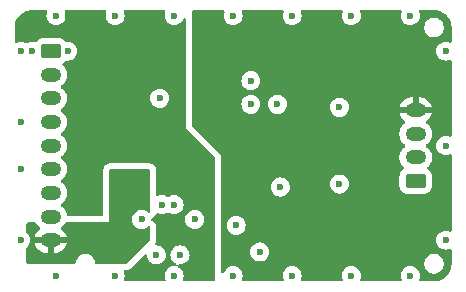
<source format=gbr>
%TF.GenerationSoftware,KiCad,Pcbnew,8.0.1*%
%TF.CreationDate,2024-04-25T00:01:52-04:00*%
%TF.ProjectId,ads1260_board,61647331-3236-4305-9f62-6f6172642e6b,rev?*%
%TF.SameCoordinates,Original*%
%TF.FileFunction,Copper,L3,Inr*%
%TF.FilePolarity,Positive*%
%FSLAX46Y46*%
G04 Gerber Fmt 4.6, Leading zero omitted, Abs format (unit mm)*
G04 Created by KiCad (PCBNEW 8.0.1) date 2024-04-25 00:01:52*
%MOMM*%
%LPD*%
G01*
G04 APERTURE LIST*
G04 Aperture macros list*
%AMRoundRect*
0 Rectangle with rounded corners*
0 $1 Rounding radius*
0 $2 $3 $4 $5 $6 $7 $8 $9 X,Y pos of 4 corners*
0 Add a 4 corners polygon primitive as box body*
4,1,4,$2,$3,$4,$5,$6,$7,$8,$9,$2,$3,0*
0 Add four circle primitives for the rounded corners*
1,1,$1+$1,$2,$3*
1,1,$1+$1,$4,$5*
1,1,$1+$1,$6,$7*
1,1,$1+$1,$8,$9*
0 Add four rect primitives between the rounded corners*
20,1,$1+$1,$2,$3,$4,$5,0*
20,1,$1+$1,$4,$5,$6,$7,0*
20,1,$1+$1,$6,$7,$8,$9,0*
20,1,$1+$1,$8,$9,$2,$3,0*%
G04 Aperture macros list end*
%TA.AperFunction,ComponentPad*%
%ADD10O,1.750000X1.200000*%
%TD*%
%TA.AperFunction,ComponentPad*%
%ADD11RoundRect,0.250000X-0.625000X0.350000X-0.625000X-0.350000X0.625000X-0.350000X0.625000X0.350000X0*%
%TD*%
%TA.AperFunction,ComponentPad*%
%ADD12RoundRect,0.250000X0.625000X-0.350000X0.625000X0.350000X-0.625000X0.350000X-0.625000X-0.350000X0*%
%TD*%
%TA.AperFunction,ViaPad*%
%ADD13C,0.600000*%
%TD*%
G04 APERTURE END LIST*
D10*
%TO.N,VBUS*%
%TO.C,J3*%
X113550000Y-90000000D03*
%TO.N,+3V3*%
X113550000Y-88000000D03*
%TO.N,Net-(J3-Pin_7)*%
X113550000Y-86000000D03*
%TO.N,Net-(J3-Pin_6)*%
X113550000Y-84000000D03*
%TO.N,Net-(J3-Pin_5)*%
X113550000Y-82000000D03*
%TO.N,Net-(J3-Pin_4)*%
X113550000Y-80000000D03*
%TO.N,Net-(J3-Pin_3)*%
X113550000Y-78000000D03*
%TO.N,Net-(J3-Pin_2)*%
X113550000Y-76000000D03*
D11*
%TO.N,GND*%
X113550000Y-74000000D03*
%TD*%
D12*
%TO.N,GND*%
%TO.C,J1*%
X144450000Y-85000000D03*
D10*
%TO.N,/SIG+*%
X144450000Y-83000000D03*
%TO.N,/SIG-*%
X144450000Y-81000000D03*
%TO.N,+5V*%
X144450000Y-79000000D03*
%TD*%
D13*
%TO.N,GND*%
X112000000Y-74000000D03*
X115000000Y-74000000D03*
X130500000Y-78500000D03*
X147000000Y-74000000D03*
X147000000Y-82000000D03*
X147000000Y-90000000D03*
X111000000Y-74000000D03*
X111000000Y-80000000D03*
X111000000Y-84000000D03*
X111000000Y-90000000D03*
X129000000Y-71000000D03*
X139000000Y-71000000D03*
X119000000Y-71000000D03*
X114000000Y-71000000D03*
X124000000Y-71000000D03*
X144000000Y-71000000D03*
X134000000Y-71000000D03*
X114000000Y-93000000D03*
X119000000Y-93000000D03*
X124000000Y-93000000D03*
X129000000Y-93000000D03*
X134000000Y-93000000D03*
X139000000Y-93000000D03*
X144000000Y-93000000D03*
%TO.N,+5V*%
X130250000Y-88250000D03*
%TO.N,GND*%
X122778224Y-77987134D03*
%TO.N,+5V5*%
X122750000Y-76500000D03*
X126250000Y-90500000D03*
%TO.N,+5V*%
X130250000Y-82500000D03*
%TO.N,GND*%
X124000000Y-87000000D03*
%TO.N,+5V5*%
X125750000Y-84750000D03*
%TO.N,VBUS*%
X121250000Y-84750000D03*
%TO.N,GND*%
X122500000Y-91250000D03*
X124500000Y-91250000D03*
X123000000Y-87000000D03*
%TO.N,+5V5*%
X126750000Y-85750000D03*
%TO.N,GND*%
X131250000Y-91000000D03*
X132750000Y-78500000D03*
%TO.N,+5V*%
X133000000Y-82000000D03*
%TO.N,GND*%
X138000000Y-85250000D03*
X138000000Y-78750000D03*
X133000000Y-85500000D03*
X129250000Y-88750000D03*
%TO.N,VBUS*%
X120250000Y-85750000D03*
%TO.N,GND*%
X121250000Y-88250000D03*
X125750000Y-88250000D03*
%TO.N,+5V*%
X126250000Y-77500000D03*
X126250000Y-75500000D03*
%TO.N,GND*%
X130500000Y-76500000D03*
%TD*%
%TA.AperFunction,Conductor*%
%TO.N,+5V5*%
G36*
X113218967Y-70520185D02*
G01*
X113264722Y-70572989D01*
X113274666Y-70642147D01*
X113268970Y-70665454D01*
X113214632Y-70820742D01*
X113214630Y-70820750D01*
X113194435Y-70999996D01*
X113194435Y-71000003D01*
X113214630Y-71179249D01*
X113214631Y-71179254D01*
X113274211Y-71349523D01*
X113296748Y-71385390D01*
X113370184Y-71502262D01*
X113497738Y-71629816D01*
X113650478Y-71725789D01*
X113799491Y-71777931D01*
X113820745Y-71785368D01*
X113820750Y-71785369D01*
X113999996Y-71805565D01*
X114000000Y-71805565D01*
X114000004Y-71805565D01*
X114179249Y-71785369D01*
X114179252Y-71785368D01*
X114179255Y-71785368D01*
X114349522Y-71725789D01*
X114502262Y-71629816D01*
X114629816Y-71502262D01*
X114725789Y-71349522D01*
X114785368Y-71179255D01*
X114786162Y-71172207D01*
X114805565Y-71000003D01*
X114805565Y-70999996D01*
X114785369Y-70820750D01*
X114785367Y-70820742D01*
X114731030Y-70665454D01*
X114727469Y-70595676D01*
X114762198Y-70535048D01*
X114824191Y-70502821D01*
X114848072Y-70500500D01*
X118151928Y-70500500D01*
X118218967Y-70520185D01*
X118264722Y-70572989D01*
X118274666Y-70642147D01*
X118268970Y-70665454D01*
X118214632Y-70820742D01*
X118214630Y-70820750D01*
X118194435Y-70999996D01*
X118194435Y-71000003D01*
X118214630Y-71179249D01*
X118214631Y-71179254D01*
X118274211Y-71349523D01*
X118296748Y-71385390D01*
X118370184Y-71502262D01*
X118497738Y-71629816D01*
X118650478Y-71725789D01*
X118799491Y-71777931D01*
X118820745Y-71785368D01*
X118820750Y-71785369D01*
X118999996Y-71805565D01*
X119000000Y-71805565D01*
X119000004Y-71805565D01*
X119179249Y-71785369D01*
X119179252Y-71785368D01*
X119179255Y-71785368D01*
X119349522Y-71725789D01*
X119502262Y-71629816D01*
X119629816Y-71502262D01*
X119725789Y-71349522D01*
X119785368Y-71179255D01*
X119786162Y-71172207D01*
X119805565Y-71000003D01*
X119805565Y-70999996D01*
X119785369Y-70820750D01*
X119785367Y-70820742D01*
X119731030Y-70665454D01*
X119727469Y-70595676D01*
X119762198Y-70535048D01*
X119824191Y-70502821D01*
X119848072Y-70500500D01*
X123151928Y-70500500D01*
X123218967Y-70520185D01*
X123264722Y-70572989D01*
X123274666Y-70642147D01*
X123268970Y-70665454D01*
X123214632Y-70820742D01*
X123214630Y-70820750D01*
X123194435Y-70999996D01*
X123194435Y-71000003D01*
X123214630Y-71179249D01*
X123214631Y-71179254D01*
X123274211Y-71349523D01*
X123296748Y-71385390D01*
X123370184Y-71502262D01*
X123497738Y-71629816D01*
X123650478Y-71725789D01*
X123799491Y-71777931D01*
X123820745Y-71785368D01*
X123820750Y-71785369D01*
X123999996Y-71805565D01*
X124000000Y-71805565D01*
X124000004Y-71805565D01*
X124179249Y-71785369D01*
X124179252Y-71785368D01*
X124179255Y-71785368D01*
X124349522Y-71725789D01*
X124502262Y-71629816D01*
X124629816Y-71502262D01*
X124725789Y-71349522D01*
X124758958Y-71254731D01*
X124799680Y-71197954D01*
X124864633Y-71172207D01*
X124933194Y-71185663D01*
X124983597Y-71234050D01*
X125000000Y-71295685D01*
X125000000Y-80500000D01*
X127463681Y-82963681D01*
X127497166Y-83025004D01*
X127500000Y-83051362D01*
X127500000Y-93375500D01*
X127480315Y-93442539D01*
X127427511Y-93488294D01*
X127376000Y-93499500D01*
X124848072Y-93499500D01*
X124781033Y-93479815D01*
X124735278Y-93427011D01*
X124725334Y-93357853D01*
X124731030Y-93334546D01*
X124785367Y-93179257D01*
X124785368Y-93179255D01*
X124785369Y-93179249D01*
X124805565Y-93000003D01*
X124805565Y-92999996D01*
X124785369Y-92820750D01*
X124785368Y-92820745D01*
X124725788Y-92650476D01*
X124647062Y-92525185D01*
X124629816Y-92497738D01*
X124502262Y-92370184D01*
X124424182Y-92321123D01*
X124352647Y-92276174D01*
X124306356Y-92223839D01*
X124295708Y-92154785D01*
X124324083Y-92090937D01*
X124382473Y-92052565D01*
X124432503Y-92047960D01*
X124499997Y-92055565D01*
X124500000Y-92055565D01*
X124500004Y-92055565D01*
X124679249Y-92035369D01*
X124679252Y-92035368D01*
X124679255Y-92035368D01*
X124849522Y-91975789D01*
X125002262Y-91879816D01*
X125129816Y-91752262D01*
X125225789Y-91599522D01*
X125285368Y-91429255D01*
X125305565Y-91250000D01*
X125302834Y-91225765D01*
X125285369Y-91070750D01*
X125285368Y-91070745D01*
X125247424Y-90962308D01*
X125225789Y-90900478D01*
X125192859Y-90848071D01*
X125174972Y-90819603D01*
X125129816Y-90747738D01*
X125002262Y-90620184D01*
X124849523Y-90524211D01*
X124679254Y-90464631D01*
X124679249Y-90464630D01*
X124500004Y-90444435D01*
X124499996Y-90444435D01*
X124320750Y-90464630D01*
X124320745Y-90464631D01*
X124150476Y-90524211D01*
X123997737Y-90620184D01*
X123870184Y-90747737D01*
X123774211Y-90900476D01*
X123714631Y-91070745D01*
X123714630Y-91070750D01*
X123694435Y-91249996D01*
X123694435Y-91250003D01*
X123714630Y-91429249D01*
X123714631Y-91429254D01*
X123774211Y-91599523D01*
X123870184Y-91752262D01*
X123997738Y-91879816D01*
X124084143Y-91934108D01*
X124147352Y-91973825D01*
X124193643Y-92026160D01*
X124204291Y-92095214D01*
X124175916Y-92159062D01*
X124117526Y-92197434D01*
X124067497Y-92202039D01*
X124000004Y-92194435D01*
X123999996Y-92194435D01*
X123820750Y-92214630D01*
X123820745Y-92214631D01*
X123650476Y-92274211D01*
X123497737Y-92370184D01*
X123370184Y-92497737D01*
X123274211Y-92650476D01*
X123214631Y-92820745D01*
X123214630Y-92820750D01*
X123194435Y-92999996D01*
X123194435Y-93000003D01*
X123214630Y-93179249D01*
X123214632Y-93179257D01*
X123268970Y-93334546D01*
X123272531Y-93404324D01*
X123237802Y-93464952D01*
X123175809Y-93497179D01*
X123151928Y-93499500D01*
X119848072Y-93499500D01*
X119781033Y-93479815D01*
X119735278Y-93427011D01*
X119725334Y-93357853D01*
X119731030Y-93334546D01*
X119785367Y-93179257D01*
X119785368Y-93179255D01*
X119785369Y-93179249D01*
X119805565Y-93000003D01*
X119805565Y-92999996D01*
X119785369Y-92820750D01*
X119785366Y-92820737D01*
X119732780Y-92670455D01*
X119729218Y-92600676D01*
X119763946Y-92540049D01*
X119825940Y-92507821D01*
X119849821Y-92505500D01*
X119948640Y-92505500D01*
X119958786Y-92504955D01*
X120002678Y-92502603D01*
X120002686Y-92502602D01*
X120002688Y-92502602D01*
X120002689Y-92502602D01*
X120009682Y-92501849D01*
X120029036Y-92499769D01*
X120029046Y-92499767D01*
X120029049Y-92499767D01*
X120041576Y-92497737D01*
X120082448Y-92491114D01*
X120217257Y-92440832D01*
X120278580Y-92407347D01*
X120393761Y-92321123D01*
X121489119Y-91225763D01*
X121550440Y-91192280D01*
X121620131Y-91197264D01*
X121676065Y-91239135D01*
X121700018Y-91299562D01*
X121714630Y-91429250D01*
X121714631Y-91429254D01*
X121774211Y-91599523D01*
X121870184Y-91752262D01*
X121997738Y-91879816D01*
X122150478Y-91975789D01*
X122232295Y-92004418D01*
X122320745Y-92035368D01*
X122320750Y-92035369D01*
X122499996Y-92055565D01*
X122500000Y-92055565D01*
X122500004Y-92055565D01*
X122679249Y-92035369D01*
X122679252Y-92035368D01*
X122679255Y-92035368D01*
X122849522Y-91975789D01*
X123002262Y-91879816D01*
X123129816Y-91752262D01*
X123225789Y-91599522D01*
X123285368Y-91429255D01*
X123305565Y-91250000D01*
X123302834Y-91225765D01*
X123285369Y-91070750D01*
X123285368Y-91070745D01*
X123247424Y-90962308D01*
X123225789Y-90900478D01*
X123192859Y-90848071D01*
X123174972Y-90819603D01*
X123129816Y-90747738D01*
X123002262Y-90620184D01*
X122849523Y-90524211D01*
X122679254Y-90464631D01*
X122679250Y-90464630D01*
X122512628Y-90445857D01*
X122448214Y-90418790D01*
X122408659Y-90361196D01*
X122406522Y-90291359D01*
X122413714Y-90271134D01*
X122465338Y-90158097D01*
X122485023Y-90091058D01*
X122485024Y-90091054D01*
X122505500Y-89948638D01*
X122505500Y-88931440D01*
X122505178Y-88913394D01*
X122504862Y-88904548D01*
X122503896Y-88886531D01*
X122473312Y-88745939D01*
X122448895Y-88680475D01*
X122379944Y-88554200D01*
X122278207Y-88452460D01*
X122222274Y-88410588D01*
X122222268Y-88410583D01*
X122222262Y-88410580D01*
X122132404Y-88361515D01*
X122082999Y-88312110D01*
X122069487Y-88250003D01*
X124944435Y-88250003D01*
X124964630Y-88429249D01*
X124964631Y-88429254D01*
X125024211Y-88599523D01*
X125039592Y-88624001D01*
X125120184Y-88752262D01*
X125247738Y-88879816D01*
X125400478Y-88975789D01*
X125570745Y-89035368D01*
X125570750Y-89035369D01*
X125749996Y-89055565D01*
X125750000Y-89055565D01*
X125750004Y-89055565D01*
X125929249Y-89035369D01*
X125929252Y-89035368D01*
X125929255Y-89035368D01*
X126099522Y-88975789D01*
X126252262Y-88879816D01*
X126379816Y-88752262D01*
X126475789Y-88599522D01*
X126535368Y-88429255D01*
X126537027Y-88414534D01*
X126555565Y-88250003D01*
X126555565Y-88249996D01*
X126535369Y-88070750D01*
X126535368Y-88070745D01*
X126508689Y-87994500D01*
X126475789Y-87900478D01*
X126379816Y-87747738D01*
X126252262Y-87620184D01*
X126099523Y-87524211D01*
X125929254Y-87464631D01*
X125929249Y-87464630D01*
X125750004Y-87444435D01*
X125749996Y-87444435D01*
X125570750Y-87464630D01*
X125570745Y-87464631D01*
X125400476Y-87524211D01*
X125247737Y-87620184D01*
X125120184Y-87747737D01*
X125024211Y-87900476D01*
X124964631Y-88070745D01*
X124964630Y-88070750D01*
X124944435Y-88249996D01*
X124944435Y-88250003D01*
X122069487Y-88250003D01*
X122068146Y-88243837D01*
X122092562Y-88178373D01*
X122130974Y-88147417D01*
X122130043Y-88145968D01*
X122156179Y-88129171D01*
X122258543Y-88063385D01*
X122311347Y-88017630D01*
X122405567Y-87908896D01*
X122465338Y-87778019D01*
X122465337Y-87778019D01*
X122466315Y-87775880D01*
X122512070Y-87723076D01*
X122579110Y-87703392D01*
X122645082Y-87722399D01*
X122650475Y-87725788D01*
X122820745Y-87785368D01*
X122820750Y-87785369D01*
X122999996Y-87805565D01*
X123000000Y-87805565D01*
X123000004Y-87805565D01*
X123179249Y-87785369D01*
X123179252Y-87785368D01*
X123179255Y-87785368D01*
X123349522Y-87725789D01*
X123354918Y-87722399D01*
X123434027Y-87672691D01*
X123501264Y-87653690D01*
X123565973Y-87672691D01*
X123650475Y-87725788D01*
X123820745Y-87785368D01*
X123820750Y-87785369D01*
X123999996Y-87805565D01*
X124000000Y-87805565D01*
X124000004Y-87805565D01*
X124179249Y-87785369D01*
X124179252Y-87785368D01*
X124179255Y-87785368D01*
X124349522Y-87725789D01*
X124502262Y-87629816D01*
X124629816Y-87502262D01*
X124725789Y-87349522D01*
X124785368Y-87179255D01*
X124785369Y-87179249D01*
X124805565Y-87000003D01*
X124805565Y-86999996D01*
X124785369Y-86820750D01*
X124785368Y-86820745D01*
X124725789Y-86650478D01*
X124629816Y-86497738D01*
X124502262Y-86370184D01*
X124434027Y-86327309D01*
X124349523Y-86274211D01*
X124179254Y-86214631D01*
X124179249Y-86214630D01*
X124000004Y-86194435D01*
X123999996Y-86194435D01*
X123820750Y-86214630D01*
X123820737Y-86214633D01*
X123650479Y-86274209D01*
X123565971Y-86327309D01*
X123498734Y-86346309D01*
X123434029Y-86327309D01*
X123349520Y-86274209D01*
X123179262Y-86214633D01*
X123179249Y-86214630D01*
X123000004Y-86194435D01*
X122999996Y-86194435D01*
X122820750Y-86214630D01*
X122820737Y-86214633D01*
X122670455Y-86267220D01*
X122600676Y-86270782D01*
X122540049Y-86236054D01*
X122507821Y-86174060D01*
X122505500Y-86150179D01*
X122505500Y-84124010D01*
X122505500Y-84124000D01*
X122493947Y-84016544D01*
X122482741Y-83965033D01*
X122482637Y-83964722D01*
X122448616Y-83862502D01*
X122448613Y-83862496D01*
X122370828Y-83741462D01*
X122370825Y-83741457D01*
X122370820Y-83741451D01*
X122325076Y-83688659D01*
X122325072Y-83688656D01*
X122325070Y-83688653D01*
X122216336Y-83594433D01*
X122216333Y-83594431D01*
X122216331Y-83594430D01*
X122085465Y-83534664D01*
X122085460Y-83534662D01*
X122085459Y-83534662D01*
X122018420Y-83514977D01*
X122018422Y-83514977D01*
X122018417Y-83514976D01*
X121956347Y-83506052D01*
X121876000Y-83494500D01*
X118624000Y-83494500D01*
X118623991Y-83494500D01*
X118623990Y-83494501D01*
X118516549Y-83506052D01*
X118516537Y-83506054D01*
X118465027Y-83517260D01*
X118362502Y-83551383D01*
X118362496Y-83551386D01*
X118241462Y-83629171D01*
X118241451Y-83629179D01*
X118188659Y-83674923D01*
X118094433Y-83783664D01*
X118094430Y-83783668D01*
X118034664Y-83914534D01*
X118014976Y-83981582D01*
X118009949Y-84016549D01*
X117994502Y-84123990D01*
X117994500Y-84124001D01*
X117994500Y-87870500D01*
X117974815Y-87937539D01*
X117922011Y-87983294D01*
X117870500Y-87994500D01*
X115044252Y-87994500D01*
X114977213Y-87974815D01*
X114931458Y-87922011D01*
X114921779Y-87889897D01*
X114898403Y-87742303D01*
X114898402Y-87742302D01*
X114898402Y-87742299D01*
X114844873Y-87577555D01*
X114766232Y-87423212D01*
X114664414Y-87283072D01*
X114541928Y-87160586D01*
X114458975Y-87100317D01*
X114416311Y-87044988D01*
X114410332Y-86975374D01*
X114442938Y-86913579D01*
X114458976Y-86899682D01*
X114541928Y-86839414D01*
X114664414Y-86716928D01*
X114766232Y-86576788D01*
X114844873Y-86422445D01*
X114898402Y-86257701D01*
X114925500Y-86086611D01*
X114925500Y-85913389D01*
X114898402Y-85742299D01*
X114844873Y-85577555D01*
X114766232Y-85423212D01*
X114664414Y-85283072D01*
X114541928Y-85160586D01*
X114458975Y-85100317D01*
X114416311Y-85044988D01*
X114410332Y-84975374D01*
X114442938Y-84913579D01*
X114458976Y-84899682D01*
X114541928Y-84839414D01*
X114664414Y-84716928D01*
X114766232Y-84576788D01*
X114844873Y-84422445D01*
X114898402Y-84257701D01*
X114925500Y-84086611D01*
X114925500Y-83913389D01*
X114898402Y-83742299D01*
X114844873Y-83577555D01*
X114766232Y-83423212D01*
X114664414Y-83283072D01*
X114541928Y-83160586D01*
X114458975Y-83100317D01*
X114416311Y-83044988D01*
X114410332Y-82975374D01*
X114442938Y-82913579D01*
X114458976Y-82899682D01*
X114541928Y-82839414D01*
X114664414Y-82716928D01*
X114766232Y-82576788D01*
X114844873Y-82422445D01*
X114898402Y-82257701D01*
X114925500Y-82086611D01*
X114925500Y-81913389D01*
X114898402Y-81742299D01*
X114844873Y-81577555D01*
X114766232Y-81423212D01*
X114664414Y-81283072D01*
X114541928Y-81160586D01*
X114458975Y-81100317D01*
X114416311Y-81044988D01*
X114410332Y-80975374D01*
X114442938Y-80913579D01*
X114458976Y-80899682D01*
X114541928Y-80839414D01*
X114664414Y-80716928D01*
X114766232Y-80576788D01*
X114844873Y-80422445D01*
X114898402Y-80257701D01*
X114925500Y-80086611D01*
X114925500Y-79913389D01*
X114898402Y-79742299D01*
X114844873Y-79577555D01*
X114766232Y-79423212D01*
X114664414Y-79283072D01*
X114541928Y-79160586D01*
X114458975Y-79100317D01*
X114416311Y-79044988D01*
X114410332Y-78975374D01*
X114442938Y-78913579D01*
X114458976Y-78899682D01*
X114541928Y-78839414D01*
X114664414Y-78716928D01*
X114766232Y-78576788D01*
X114844873Y-78422445D01*
X114898402Y-78257701D01*
X114925500Y-78086611D01*
X114925500Y-77987137D01*
X121972659Y-77987137D01*
X121992854Y-78166383D01*
X121992855Y-78166388D01*
X122052435Y-78336657D01*
X122106340Y-78422445D01*
X122148408Y-78489396D01*
X122275962Y-78616950D01*
X122428702Y-78712923D01*
X122598969Y-78772502D01*
X122598974Y-78772503D01*
X122778220Y-78792699D01*
X122778224Y-78792699D01*
X122778228Y-78792699D01*
X122957473Y-78772503D01*
X122957476Y-78772502D01*
X122957479Y-78772502D01*
X123127746Y-78712923D01*
X123280486Y-78616950D01*
X123408040Y-78489396D01*
X123504013Y-78336656D01*
X123563592Y-78166389D01*
X123572581Y-78086610D01*
X123583789Y-77987137D01*
X123583789Y-77987130D01*
X123563593Y-77807884D01*
X123563592Y-77807879D01*
X123504013Y-77637612D01*
X123408040Y-77484872D01*
X123280486Y-77357318D01*
X123127747Y-77261345D01*
X122957478Y-77201765D01*
X122957473Y-77201764D01*
X122778228Y-77181569D01*
X122778220Y-77181569D01*
X122598974Y-77201764D01*
X122598969Y-77201765D01*
X122428700Y-77261345D01*
X122275961Y-77357318D01*
X122148408Y-77484871D01*
X122052435Y-77637610D01*
X121992855Y-77807879D01*
X121992854Y-77807884D01*
X121972659Y-77987130D01*
X121972659Y-77987137D01*
X114925500Y-77987137D01*
X114925500Y-77913389D01*
X114898402Y-77742299D01*
X114844873Y-77577555D01*
X114766232Y-77423212D01*
X114664414Y-77283072D01*
X114541928Y-77160586D01*
X114458975Y-77100317D01*
X114416311Y-77044988D01*
X114410332Y-76975374D01*
X114442938Y-76913579D01*
X114458976Y-76899682D01*
X114541928Y-76839414D01*
X114664414Y-76716928D01*
X114766232Y-76576788D01*
X114844873Y-76422445D01*
X114898402Y-76257701D01*
X114925500Y-76086611D01*
X114925500Y-75913389D01*
X114898402Y-75742299D01*
X114844873Y-75577555D01*
X114766232Y-75423212D01*
X114664414Y-75283072D01*
X114556872Y-75175530D01*
X114523387Y-75114207D01*
X114528371Y-75044515D01*
X114570243Y-74988582D01*
X114579457Y-74982310D01*
X114643656Y-74942712D01*
X114760777Y-74825590D01*
X114822096Y-74792108D01*
X114862336Y-74790054D01*
X114955684Y-74800571D01*
X114999998Y-74805565D01*
X115000000Y-74805565D01*
X115000004Y-74805565D01*
X115179249Y-74785369D01*
X115179252Y-74785368D01*
X115179255Y-74785368D01*
X115349522Y-74725789D01*
X115502262Y-74629816D01*
X115629816Y-74502262D01*
X115725789Y-74349522D01*
X115785368Y-74179255D01*
X115805565Y-74000000D01*
X115785368Y-73820745D01*
X115725789Y-73650478D01*
X115629816Y-73497738D01*
X115502262Y-73370184D01*
X115434027Y-73327309D01*
X115349523Y-73274211D01*
X115179254Y-73214631D01*
X115179249Y-73214630D01*
X115000004Y-73194435D01*
X114999996Y-73194435D01*
X114862338Y-73209945D01*
X114793516Y-73197890D01*
X114760774Y-73174406D01*
X114643657Y-73057289D01*
X114643656Y-73057288D01*
X114494334Y-72965186D01*
X114327797Y-72910001D01*
X114327795Y-72910000D01*
X114225010Y-72899500D01*
X112874998Y-72899500D01*
X112874981Y-72899501D01*
X112772203Y-72910000D01*
X112772200Y-72910001D01*
X112605668Y-72965185D01*
X112605663Y-72965187D01*
X112456345Y-73057287D01*
X112327181Y-73186451D01*
X112325975Y-73185245D01*
X112276276Y-73220426D01*
X112206476Y-73223554D01*
X112195097Y-73220175D01*
X112179251Y-73214630D01*
X112000004Y-73194435D01*
X111999996Y-73194435D01*
X111820750Y-73214630D01*
X111820737Y-73214633D01*
X111650479Y-73274209D01*
X111565971Y-73327309D01*
X111498734Y-73346309D01*
X111434029Y-73327309D01*
X111349520Y-73274209D01*
X111179262Y-73214633D01*
X111179249Y-73214630D01*
X111000004Y-73194435D01*
X110999996Y-73194435D01*
X110820750Y-73214630D01*
X110820742Y-73214632D01*
X110665454Y-73268970D01*
X110595676Y-73272531D01*
X110535048Y-73237802D01*
X110502821Y-73175809D01*
X110500500Y-73151928D01*
X110500500Y-72004427D01*
X110500816Y-71995581D01*
X110511318Y-71848748D01*
X110515130Y-71795436D01*
X110517646Y-71777938D01*
X110559356Y-71586199D01*
X110564333Y-71569248D01*
X110632911Y-71385385D01*
X110640259Y-71369298D01*
X110651058Y-71349521D01*
X110734291Y-71197089D01*
X110743845Y-71182221D01*
X110861448Y-71025123D01*
X110873020Y-71011769D01*
X111011769Y-70873020D01*
X111025123Y-70861448D01*
X111182221Y-70743845D01*
X111197089Y-70734291D01*
X111369298Y-70640258D01*
X111385385Y-70632911D01*
X111569248Y-70564333D01*
X111586199Y-70559356D01*
X111777938Y-70517646D01*
X111795436Y-70515130D01*
X111995582Y-70500816D01*
X112004428Y-70500500D01*
X112065892Y-70500500D01*
X113151928Y-70500500D01*
X113218967Y-70520185D01*
G37*
%TD.AperFunction*%
%TD*%
%TA.AperFunction,Conductor*%
%TO.N,VBUS*%
G36*
X121943039Y-84019685D02*
G01*
X121988794Y-84072489D01*
X122000000Y-84124000D01*
X122000000Y-87568560D01*
X121980315Y-87635599D01*
X121927511Y-87681354D01*
X121858353Y-87691298D01*
X121794797Y-87662273D01*
X121788319Y-87656241D01*
X121752262Y-87620184D01*
X121599523Y-87524211D01*
X121429254Y-87464631D01*
X121429249Y-87464630D01*
X121250004Y-87444435D01*
X121249996Y-87444435D01*
X121070750Y-87464630D01*
X121070745Y-87464631D01*
X120900476Y-87524211D01*
X120747737Y-87620184D01*
X120620184Y-87747737D01*
X120524211Y-87900476D01*
X120464631Y-88070745D01*
X120464630Y-88070750D01*
X120444435Y-88249996D01*
X120444435Y-88250003D01*
X120464630Y-88429249D01*
X120464631Y-88429254D01*
X120524211Y-88599523D01*
X120597982Y-88716928D01*
X120620184Y-88752262D01*
X120747738Y-88879816D01*
X120900478Y-88975789D01*
X121026463Y-89019873D01*
X121070745Y-89035368D01*
X121070750Y-89035369D01*
X121249996Y-89055565D01*
X121250000Y-89055565D01*
X121250004Y-89055565D01*
X121429249Y-89035369D01*
X121429252Y-89035368D01*
X121429255Y-89035368D01*
X121599522Y-88975789D01*
X121752262Y-88879816D01*
X121788319Y-88843759D01*
X121849642Y-88810274D01*
X121919334Y-88815258D01*
X121975267Y-88857130D01*
X121999684Y-88922594D01*
X122000000Y-88931440D01*
X122000000Y-89948638D01*
X121980315Y-90015677D01*
X121963681Y-90036319D01*
X120036319Y-91963681D01*
X119974996Y-91997166D01*
X119948638Y-92000000D01*
X117444456Y-92000000D01*
X117377417Y-91980315D01*
X117331662Y-91927511D01*
X117322839Y-91900191D01*
X117294740Y-91758926D01*
X117294737Y-91758917D01*
X117291980Y-91752262D01*
X117232435Y-91608505D01*
X117141984Y-91473137D01*
X117141981Y-91473133D01*
X117026866Y-91358018D01*
X117026862Y-91358015D01*
X116891492Y-91267563D01*
X116891490Y-91267562D01*
X116741082Y-91205262D01*
X116741073Y-91205259D01*
X116581406Y-91173500D01*
X116581403Y-91173500D01*
X116418597Y-91173500D01*
X116418594Y-91173500D01*
X116258926Y-91205259D01*
X116258917Y-91205262D01*
X116108509Y-91267562D01*
X116108507Y-91267563D01*
X115973137Y-91358015D01*
X115973133Y-91358018D01*
X115858018Y-91473133D01*
X115858015Y-91473137D01*
X115767563Y-91608507D01*
X115767562Y-91608509D01*
X115705262Y-91758917D01*
X115705259Y-91758926D01*
X115677161Y-91900191D01*
X115644776Y-91962102D01*
X115584061Y-91996676D01*
X115555544Y-92000000D01*
X111624000Y-92000000D01*
X111556961Y-91980315D01*
X111511206Y-91927511D01*
X111500000Y-91876000D01*
X111500000Y-90683440D01*
X111519685Y-90616401D01*
X111536319Y-90595759D01*
X111555554Y-90576524D01*
X111629816Y-90502262D01*
X111725789Y-90349522D01*
X111785368Y-90179255D01*
X111785369Y-90179249D01*
X111805565Y-90000003D01*
X111805565Y-89999996D01*
X111785369Y-89820750D01*
X111785368Y-89820745D01*
X111725788Y-89650476D01*
X111629815Y-89497737D01*
X111536319Y-89404241D01*
X111502834Y-89342918D01*
X111500000Y-89316560D01*
X111500000Y-88624000D01*
X111519685Y-88556961D01*
X111572489Y-88511206D01*
X111624000Y-88500000D01*
X112218656Y-88500000D01*
X112285695Y-88519685D01*
X112329142Y-88567708D01*
X112333766Y-88576785D01*
X112333770Y-88576792D01*
X112376100Y-88635053D01*
X112435586Y-88716928D01*
X112558072Y-88839414D01*
X112641449Y-88899991D01*
X112684114Y-88955322D01*
X112690093Y-89024935D01*
X112657487Y-89086730D01*
X112641448Y-89100627D01*
X112558404Y-89160961D01*
X112558399Y-89160965D01*
X112435967Y-89283397D01*
X112334195Y-89423475D01*
X112255591Y-89577744D01*
X112202085Y-89742415D01*
X112200884Y-89749999D01*
X112200885Y-89750000D01*
X113269670Y-89750000D01*
X113249925Y-89769745D01*
X113200556Y-89855255D01*
X113175000Y-89950630D01*
X113175000Y-90049370D01*
X113200556Y-90144745D01*
X113249925Y-90230255D01*
X113269670Y-90250000D01*
X112200885Y-90250000D01*
X112202085Y-90257584D01*
X112255591Y-90422255D01*
X112334195Y-90576524D01*
X112435967Y-90716602D01*
X112558397Y-90839032D01*
X112698475Y-90940804D01*
X112852742Y-91019408D01*
X113017415Y-91072914D01*
X113188429Y-91100000D01*
X113300000Y-91100000D01*
X113300000Y-90280330D01*
X113319745Y-90300075D01*
X113405255Y-90349444D01*
X113500630Y-90375000D01*
X113599370Y-90375000D01*
X113694745Y-90349444D01*
X113780255Y-90300075D01*
X113800000Y-90280330D01*
X113800000Y-91100000D01*
X113911571Y-91100000D01*
X114082584Y-91072914D01*
X114247257Y-91019408D01*
X114401524Y-90940804D01*
X114541602Y-90839032D01*
X114664032Y-90716602D01*
X114765804Y-90576524D01*
X114844408Y-90422255D01*
X114897914Y-90257584D01*
X114899115Y-90250000D01*
X113830330Y-90250000D01*
X113850075Y-90230255D01*
X113899444Y-90144745D01*
X113925000Y-90049370D01*
X113925000Y-89950630D01*
X113899444Y-89855255D01*
X113850075Y-89769745D01*
X113830330Y-89750000D01*
X114899115Y-89750000D01*
X114899115Y-89749999D01*
X114897914Y-89742415D01*
X114844408Y-89577744D01*
X114765804Y-89423475D01*
X114664032Y-89283397D01*
X114541602Y-89160967D01*
X114458551Y-89100628D01*
X114415885Y-89045298D01*
X114409906Y-88975685D01*
X114442511Y-88913889D01*
X114458551Y-88899991D01*
X114541928Y-88839414D01*
X114664414Y-88716928D01*
X114766232Y-88576788D01*
X114770858Y-88567706D01*
X114818831Y-88516911D01*
X114881344Y-88500000D01*
X118500000Y-88500000D01*
X118500000Y-84124000D01*
X118519685Y-84056961D01*
X118572489Y-84011206D01*
X118624000Y-84000000D01*
X121876000Y-84000000D01*
X121943039Y-84019685D01*
G37*
%TD.AperFunction*%
%TD*%
%TA.AperFunction,Conductor*%
%TO.N,+5V*%
G36*
X128218967Y-70520185D02*
G01*
X128264722Y-70572989D01*
X128274666Y-70642147D01*
X128268970Y-70665454D01*
X128214632Y-70820742D01*
X128214630Y-70820750D01*
X128194435Y-70999996D01*
X128194435Y-71000003D01*
X128214630Y-71179249D01*
X128214631Y-71179254D01*
X128274211Y-71349523D01*
X128355409Y-71478748D01*
X128370184Y-71502262D01*
X128497738Y-71629816D01*
X128588080Y-71686582D01*
X128646820Y-71723491D01*
X128650478Y-71725789D01*
X128799491Y-71777931D01*
X128820745Y-71785368D01*
X128820750Y-71785369D01*
X128999996Y-71805565D01*
X129000000Y-71805565D01*
X129000004Y-71805565D01*
X129179249Y-71785369D01*
X129179252Y-71785368D01*
X129179255Y-71785368D01*
X129349522Y-71725789D01*
X129502262Y-71629816D01*
X129629816Y-71502262D01*
X129725789Y-71349522D01*
X129785368Y-71179255D01*
X129785807Y-71175362D01*
X129805565Y-71000003D01*
X129805565Y-70999996D01*
X129785369Y-70820750D01*
X129785367Y-70820742D01*
X129731030Y-70665454D01*
X129727469Y-70595676D01*
X129762198Y-70535048D01*
X129824191Y-70502821D01*
X129848072Y-70500500D01*
X133151928Y-70500500D01*
X133218967Y-70520185D01*
X133264722Y-70572989D01*
X133274666Y-70642147D01*
X133268970Y-70665454D01*
X133214632Y-70820742D01*
X133214630Y-70820750D01*
X133194435Y-70999996D01*
X133194435Y-71000003D01*
X133214630Y-71179249D01*
X133214631Y-71179254D01*
X133274211Y-71349523D01*
X133355409Y-71478748D01*
X133370184Y-71502262D01*
X133497738Y-71629816D01*
X133588080Y-71686582D01*
X133646820Y-71723491D01*
X133650478Y-71725789D01*
X133799491Y-71777931D01*
X133820745Y-71785368D01*
X133820750Y-71785369D01*
X133999996Y-71805565D01*
X134000000Y-71805565D01*
X134000004Y-71805565D01*
X134179249Y-71785369D01*
X134179252Y-71785368D01*
X134179255Y-71785368D01*
X134349522Y-71725789D01*
X134502262Y-71629816D01*
X134629816Y-71502262D01*
X134725789Y-71349522D01*
X134785368Y-71179255D01*
X134785807Y-71175362D01*
X134805565Y-71000003D01*
X134805565Y-70999996D01*
X134785369Y-70820750D01*
X134785367Y-70820742D01*
X134731030Y-70665454D01*
X134727469Y-70595676D01*
X134762198Y-70535048D01*
X134824191Y-70502821D01*
X134848072Y-70500500D01*
X138151928Y-70500500D01*
X138218967Y-70520185D01*
X138264722Y-70572989D01*
X138274666Y-70642147D01*
X138268970Y-70665454D01*
X138214632Y-70820742D01*
X138214630Y-70820750D01*
X138194435Y-70999996D01*
X138194435Y-71000003D01*
X138214630Y-71179249D01*
X138214631Y-71179254D01*
X138274211Y-71349523D01*
X138355409Y-71478748D01*
X138370184Y-71502262D01*
X138497738Y-71629816D01*
X138588080Y-71686582D01*
X138646820Y-71723491D01*
X138650478Y-71725789D01*
X138799491Y-71777931D01*
X138820745Y-71785368D01*
X138820750Y-71785369D01*
X138999996Y-71805565D01*
X139000000Y-71805565D01*
X139000004Y-71805565D01*
X139179249Y-71785369D01*
X139179252Y-71785368D01*
X139179255Y-71785368D01*
X139349522Y-71725789D01*
X139502262Y-71629816D01*
X139629816Y-71502262D01*
X139725789Y-71349522D01*
X139785368Y-71179255D01*
X139785807Y-71175362D01*
X139805565Y-71000003D01*
X139805565Y-70999996D01*
X139785369Y-70820750D01*
X139785367Y-70820742D01*
X139731030Y-70665454D01*
X139727469Y-70595676D01*
X139762198Y-70535048D01*
X139824191Y-70502821D01*
X139848072Y-70500500D01*
X143151928Y-70500500D01*
X143218967Y-70520185D01*
X143264722Y-70572989D01*
X143274666Y-70642147D01*
X143268970Y-70665454D01*
X143214632Y-70820742D01*
X143214630Y-70820750D01*
X143194435Y-70999996D01*
X143194435Y-71000003D01*
X143214630Y-71179249D01*
X143214631Y-71179254D01*
X143274211Y-71349523D01*
X143355409Y-71478748D01*
X143370184Y-71502262D01*
X143497738Y-71629816D01*
X143588080Y-71686582D01*
X143646820Y-71723491D01*
X143650478Y-71725789D01*
X143799491Y-71777931D01*
X143820745Y-71785368D01*
X143820750Y-71785369D01*
X143999996Y-71805565D01*
X144000000Y-71805565D01*
X144000004Y-71805565D01*
X144179249Y-71785369D01*
X144179252Y-71785368D01*
X144179255Y-71785368D01*
X144349522Y-71725789D01*
X144502262Y-71629816D01*
X144629816Y-71502262D01*
X144725789Y-71349522D01*
X144785368Y-71179255D01*
X144785807Y-71175362D01*
X144805565Y-71000003D01*
X144805565Y-70999996D01*
X144785369Y-70820750D01*
X144785367Y-70820742D01*
X144731030Y-70665454D01*
X144727469Y-70595676D01*
X144762198Y-70535048D01*
X144824191Y-70502821D01*
X144848072Y-70500500D01*
X145934108Y-70500500D01*
X145995572Y-70500500D01*
X146004418Y-70500816D01*
X146204561Y-70515130D01*
X146222063Y-70517647D01*
X146413797Y-70559355D01*
X146430755Y-70564334D01*
X146583860Y-70621440D01*
X146614609Y-70632909D01*
X146630701Y-70640259D01*
X146802904Y-70734288D01*
X146817784Y-70743849D01*
X146936085Y-70832409D01*
X146974867Y-70861441D01*
X146988237Y-70873027D01*
X147126972Y-71011762D01*
X147138558Y-71025132D01*
X147251019Y-71175362D01*
X147256146Y-71182210D01*
X147265711Y-71197095D01*
X147359740Y-71369298D01*
X147367090Y-71385390D01*
X147435662Y-71569236D01*
X147440646Y-71586212D01*
X147482351Y-71777931D01*
X147484869Y-71795442D01*
X147499184Y-71995580D01*
X147499500Y-72004427D01*
X147499500Y-73151928D01*
X147479815Y-73218967D01*
X147427011Y-73264722D01*
X147357853Y-73274666D01*
X147334546Y-73268970D01*
X147179257Y-73214632D01*
X147179249Y-73214630D01*
X147000004Y-73194435D01*
X146999996Y-73194435D01*
X146820750Y-73214630D01*
X146820745Y-73214631D01*
X146650476Y-73274211D01*
X146497737Y-73370184D01*
X146370184Y-73497737D01*
X146274211Y-73650476D01*
X146214631Y-73820745D01*
X146214630Y-73820750D01*
X146194435Y-73999996D01*
X146194435Y-74000003D01*
X146214630Y-74179249D01*
X146214631Y-74179254D01*
X146274211Y-74349523D01*
X146344196Y-74460902D01*
X146370184Y-74502262D01*
X146497738Y-74629816D01*
X146586584Y-74685642D01*
X146618428Y-74705651D01*
X146650478Y-74725789D01*
X146820739Y-74785366D01*
X146820745Y-74785368D01*
X146820750Y-74785369D01*
X146999996Y-74805565D01*
X147000000Y-74805565D01*
X147000004Y-74805565D01*
X147179249Y-74785369D01*
X147179251Y-74785368D01*
X147179255Y-74785368D01*
X147179258Y-74785366D01*
X147179262Y-74785366D01*
X147334545Y-74731030D01*
X147404324Y-74727468D01*
X147464951Y-74762196D01*
X147497179Y-74824190D01*
X147499500Y-74848071D01*
X147499500Y-81151928D01*
X147479815Y-81218967D01*
X147427011Y-81264722D01*
X147357853Y-81274666D01*
X147334546Y-81268970D01*
X147179257Y-81214632D01*
X147179249Y-81214630D01*
X147000004Y-81194435D01*
X146999996Y-81194435D01*
X146820750Y-81214630D01*
X146820745Y-81214631D01*
X146650476Y-81274211D01*
X146497737Y-81370184D01*
X146370184Y-81497737D01*
X146274211Y-81650476D01*
X146214631Y-81820745D01*
X146214630Y-81820750D01*
X146194435Y-81999996D01*
X146194435Y-82000003D01*
X146214630Y-82179249D01*
X146214631Y-82179254D01*
X146274211Y-82349523D01*
X146339757Y-82453838D01*
X146370184Y-82502262D01*
X146497738Y-82629816D01*
X146524020Y-82646330D01*
X146643524Y-82721420D01*
X146650478Y-82725789D01*
X146813243Y-82782743D01*
X146820745Y-82785368D01*
X146820750Y-82785369D01*
X146999996Y-82805565D01*
X147000000Y-82805565D01*
X147000004Y-82805565D01*
X147179249Y-82785369D01*
X147179251Y-82785368D01*
X147179255Y-82785368D01*
X147179258Y-82785366D01*
X147179262Y-82785366D01*
X147334545Y-82731030D01*
X147404324Y-82727468D01*
X147464951Y-82762196D01*
X147497179Y-82824190D01*
X147499500Y-82848071D01*
X147499500Y-89151928D01*
X147479815Y-89218967D01*
X147427011Y-89264722D01*
X147357853Y-89274666D01*
X147334546Y-89268970D01*
X147179257Y-89214632D01*
X147179249Y-89214630D01*
X147000004Y-89194435D01*
X146999996Y-89194435D01*
X146820750Y-89214630D01*
X146820745Y-89214631D01*
X146650476Y-89274211D01*
X146497737Y-89370184D01*
X146370184Y-89497737D01*
X146274211Y-89650476D01*
X146214631Y-89820745D01*
X146214630Y-89820750D01*
X146194435Y-89999996D01*
X146194435Y-90000003D01*
X146214630Y-90179249D01*
X146214631Y-90179254D01*
X146274211Y-90349523D01*
X146323283Y-90427620D01*
X146370184Y-90502262D01*
X146497738Y-90629816D01*
X146588080Y-90686582D01*
X146641272Y-90720005D01*
X146650478Y-90725789D01*
X146811388Y-90782094D01*
X146820745Y-90785368D01*
X146820750Y-90785369D01*
X146999996Y-90805565D01*
X147000000Y-90805565D01*
X147000004Y-90805565D01*
X147179249Y-90785369D01*
X147179251Y-90785368D01*
X147179255Y-90785368D01*
X147179258Y-90785366D01*
X147179262Y-90785366D01*
X147334545Y-90731030D01*
X147404324Y-90727468D01*
X147464951Y-90762196D01*
X147497179Y-90824190D01*
X147499500Y-90848071D01*
X147499500Y-91995572D01*
X147499184Y-92004419D01*
X147484869Y-92204557D01*
X147482351Y-92222068D01*
X147440646Y-92413787D01*
X147435662Y-92430763D01*
X147367090Y-92614609D01*
X147359740Y-92630701D01*
X147265711Y-92802904D01*
X147256146Y-92817789D01*
X147138558Y-92974867D01*
X147126972Y-92988237D01*
X146988237Y-93126972D01*
X146974867Y-93138558D01*
X146817789Y-93256146D01*
X146802904Y-93265711D01*
X146630701Y-93359740D01*
X146614609Y-93367090D01*
X146430763Y-93435662D01*
X146413787Y-93440646D01*
X146222068Y-93482351D01*
X146204557Y-93484869D01*
X146032451Y-93497179D01*
X146004417Y-93499184D01*
X145995572Y-93499500D01*
X144848072Y-93499500D01*
X144781033Y-93479815D01*
X144735278Y-93427011D01*
X144725334Y-93357853D01*
X144731030Y-93334546D01*
X144785367Y-93179257D01*
X144785368Y-93179255D01*
X144786682Y-93167595D01*
X144805565Y-93000003D01*
X144805565Y-92999996D01*
X144785369Y-92820750D01*
X144785368Y-92820745D01*
X144776267Y-92794737D01*
X144725789Y-92650478D01*
X144629816Y-92497738D01*
X144502262Y-92370184D01*
X144498780Y-92367996D01*
X144349523Y-92274211D01*
X144179254Y-92214631D01*
X144179249Y-92214630D01*
X144000004Y-92194435D01*
X143999996Y-92194435D01*
X143820750Y-92214630D01*
X143820745Y-92214631D01*
X143650476Y-92274211D01*
X143497737Y-92370184D01*
X143370184Y-92497737D01*
X143274211Y-92650476D01*
X143214631Y-92820745D01*
X143214630Y-92820750D01*
X143194435Y-92999996D01*
X143194435Y-93000003D01*
X143214630Y-93179249D01*
X143214632Y-93179257D01*
X143268970Y-93334546D01*
X143272531Y-93404324D01*
X143237802Y-93464952D01*
X143175809Y-93497179D01*
X143151928Y-93499500D01*
X139848072Y-93499500D01*
X139781033Y-93479815D01*
X139735278Y-93427011D01*
X139725334Y-93357853D01*
X139731030Y-93334546D01*
X139785367Y-93179257D01*
X139785368Y-93179255D01*
X139786682Y-93167595D01*
X139805565Y-93000003D01*
X139805565Y-92999996D01*
X139785369Y-92820750D01*
X139785368Y-92820745D01*
X139776267Y-92794737D01*
X139725789Y-92650478D01*
X139629816Y-92497738D01*
X139502262Y-92370184D01*
X139498780Y-92367996D01*
X139349523Y-92274211D01*
X139179254Y-92214631D01*
X139179249Y-92214630D01*
X139000004Y-92194435D01*
X138999996Y-92194435D01*
X138820750Y-92214630D01*
X138820745Y-92214631D01*
X138650476Y-92274211D01*
X138497737Y-92370184D01*
X138370184Y-92497737D01*
X138274211Y-92650476D01*
X138214631Y-92820745D01*
X138214630Y-92820750D01*
X138194435Y-92999996D01*
X138194435Y-93000003D01*
X138214630Y-93179249D01*
X138214632Y-93179257D01*
X138268970Y-93334546D01*
X138272531Y-93404324D01*
X138237802Y-93464952D01*
X138175809Y-93497179D01*
X138151928Y-93499500D01*
X134848072Y-93499500D01*
X134781033Y-93479815D01*
X134735278Y-93427011D01*
X134725334Y-93357853D01*
X134731030Y-93334546D01*
X134785367Y-93179257D01*
X134785368Y-93179255D01*
X134786682Y-93167595D01*
X134805565Y-93000003D01*
X134805565Y-92999996D01*
X134785369Y-92820750D01*
X134785368Y-92820745D01*
X134776267Y-92794737D01*
X134725789Y-92650478D01*
X134629816Y-92497738D01*
X134502262Y-92370184D01*
X134498780Y-92367996D01*
X134349523Y-92274211D01*
X134179254Y-92214631D01*
X134179249Y-92214630D01*
X134000004Y-92194435D01*
X133999996Y-92194435D01*
X133820750Y-92214630D01*
X133820745Y-92214631D01*
X133650476Y-92274211D01*
X133497737Y-92370184D01*
X133370184Y-92497737D01*
X133274211Y-92650476D01*
X133214631Y-92820745D01*
X133214630Y-92820750D01*
X133194435Y-92999996D01*
X133194435Y-93000003D01*
X133214630Y-93179249D01*
X133214632Y-93179257D01*
X133268970Y-93334546D01*
X133272531Y-93404324D01*
X133237802Y-93464952D01*
X133175809Y-93497179D01*
X133151928Y-93499500D01*
X129848072Y-93499500D01*
X129781033Y-93479815D01*
X129735278Y-93427011D01*
X129725334Y-93357853D01*
X129731030Y-93334546D01*
X129785367Y-93179257D01*
X129785368Y-93179255D01*
X129786682Y-93167595D01*
X129805565Y-93000003D01*
X129805565Y-92999996D01*
X129785369Y-92820750D01*
X129785368Y-92820745D01*
X129776267Y-92794737D01*
X129725789Y-92650478D01*
X129629816Y-92497738D01*
X129502262Y-92370184D01*
X129498780Y-92367996D01*
X129349523Y-92274211D01*
X129179254Y-92214631D01*
X129179249Y-92214630D01*
X129000004Y-92194435D01*
X128999996Y-92194435D01*
X128820750Y-92214630D01*
X128820745Y-92214631D01*
X128650476Y-92274211D01*
X128497737Y-92370184D01*
X128370184Y-92497737D01*
X128274209Y-92650480D01*
X128246541Y-92729551D01*
X128205820Y-92786327D01*
X128140867Y-92812074D01*
X128072305Y-92798618D01*
X128021903Y-92750230D01*
X128005500Y-92688596D01*
X128005500Y-92081407D01*
X145173500Y-92081407D01*
X145205259Y-92241073D01*
X145205262Y-92241082D01*
X145267562Y-92391490D01*
X145267563Y-92391492D01*
X145358015Y-92526862D01*
X145358018Y-92526866D01*
X145473133Y-92641981D01*
X145473137Y-92641984D01*
X145608505Y-92732435D01*
X145608506Y-92732435D01*
X145608507Y-92732436D01*
X145608509Y-92732437D01*
X145651466Y-92750230D01*
X145758919Y-92794738D01*
X145758921Y-92794738D01*
X145758926Y-92794740D01*
X145918592Y-92826499D01*
X145918595Y-92826500D01*
X145918597Y-92826500D01*
X146081405Y-92826500D01*
X146081406Y-92826499D01*
X146139705Y-92814903D01*
X146241073Y-92794740D01*
X146241076Y-92794738D01*
X146241081Y-92794738D01*
X146391495Y-92732435D01*
X146526863Y-92641984D01*
X146641984Y-92526863D01*
X146732435Y-92391495D01*
X146794738Y-92241081D01*
X146794831Y-92240618D01*
X146822814Y-92099933D01*
X146826500Y-92081403D01*
X146826500Y-91918597D01*
X146826500Y-91918594D01*
X146826499Y-91918592D01*
X146794740Y-91758926D01*
X146794737Y-91758917D01*
X146732437Y-91608509D01*
X146732436Y-91608507D01*
X146689921Y-91544880D01*
X146641984Y-91473137D01*
X146641981Y-91473133D01*
X146526866Y-91358018D01*
X146526862Y-91358015D01*
X146391492Y-91267563D01*
X146391490Y-91267562D01*
X146241082Y-91205262D01*
X146241073Y-91205259D01*
X146081406Y-91173500D01*
X146081403Y-91173500D01*
X145918597Y-91173500D01*
X145918594Y-91173500D01*
X145758926Y-91205259D01*
X145758917Y-91205262D01*
X145608509Y-91267562D01*
X145608507Y-91267563D01*
X145473137Y-91358015D01*
X145473133Y-91358018D01*
X145358018Y-91473133D01*
X145358015Y-91473137D01*
X145267563Y-91608507D01*
X145267562Y-91608509D01*
X145205262Y-91758917D01*
X145205259Y-91758926D01*
X145173500Y-91918592D01*
X145173500Y-92081407D01*
X128005500Y-92081407D01*
X128005500Y-91000003D01*
X130444435Y-91000003D01*
X130464630Y-91179249D01*
X130464631Y-91179254D01*
X130524211Y-91349523D01*
X130607513Y-91482096D01*
X130620184Y-91502262D01*
X130747738Y-91629816D01*
X130900478Y-91725789D01*
X130995158Y-91758919D01*
X131070745Y-91785368D01*
X131070750Y-91785369D01*
X131249996Y-91805565D01*
X131250000Y-91805565D01*
X131250004Y-91805565D01*
X131429249Y-91785369D01*
X131429252Y-91785368D01*
X131429255Y-91785368D01*
X131599522Y-91725789D01*
X131752262Y-91629816D01*
X131879816Y-91502262D01*
X131975789Y-91349522D01*
X132035368Y-91179255D01*
X132035369Y-91179249D01*
X132055565Y-91000003D01*
X132055565Y-90999996D01*
X132035369Y-90820750D01*
X132035368Y-90820745D01*
X132001388Y-90723635D01*
X131975789Y-90650478D01*
X131963896Y-90631551D01*
X131892791Y-90518388D01*
X131879816Y-90497738D01*
X131752262Y-90370184D01*
X131725826Y-90353573D01*
X131599523Y-90274211D01*
X131429254Y-90214631D01*
X131429249Y-90214630D01*
X131250004Y-90194435D01*
X131249996Y-90194435D01*
X131070750Y-90214630D01*
X131070745Y-90214631D01*
X130900476Y-90274211D01*
X130747737Y-90370184D01*
X130620184Y-90497737D01*
X130524211Y-90650476D01*
X130464631Y-90820745D01*
X130464630Y-90820750D01*
X130444435Y-90999996D01*
X130444435Y-91000003D01*
X128005500Y-91000003D01*
X128005500Y-88750003D01*
X128444435Y-88750003D01*
X128464630Y-88929249D01*
X128464631Y-88929254D01*
X128524211Y-89099523D01*
X128583849Y-89194435D01*
X128620184Y-89252262D01*
X128747738Y-89379816D01*
X128794130Y-89408966D01*
X128892792Y-89470960D01*
X128900478Y-89475789D01*
X128963202Y-89497737D01*
X129070745Y-89535368D01*
X129070750Y-89535369D01*
X129249996Y-89555565D01*
X129250000Y-89555565D01*
X129250004Y-89555565D01*
X129429249Y-89535369D01*
X129429252Y-89535368D01*
X129429255Y-89535368D01*
X129599522Y-89475789D01*
X129752262Y-89379816D01*
X129879816Y-89252262D01*
X129975789Y-89099522D01*
X130035368Y-88929255D01*
X130039800Y-88889920D01*
X130055565Y-88750003D01*
X130055565Y-88749996D01*
X130035369Y-88570750D01*
X130035368Y-88570745D01*
X130003448Y-88479523D01*
X129975789Y-88400478D01*
X129948739Y-88357429D01*
X129883149Y-88253043D01*
X129879816Y-88247738D01*
X129752262Y-88120184D01*
X129730371Y-88106429D01*
X129599523Y-88024211D01*
X129429254Y-87964631D01*
X129429249Y-87964630D01*
X129250004Y-87944435D01*
X129249996Y-87944435D01*
X129070750Y-87964630D01*
X129070745Y-87964631D01*
X128900476Y-88024211D01*
X128747737Y-88120184D01*
X128620184Y-88247737D01*
X128524211Y-88400476D01*
X128464631Y-88570745D01*
X128464630Y-88570750D01*
X128444435Y-88749996D01*
X128444435Y-88750003D01*
X128005500Y-88750003D01*
X128005500Y-85500003D01*
X132194435Y-85500003D01*
X132214630Y-85679249D01*
X132214631Y-85679254D01*
X132274211Y-85849523D01*
X132332765Y-85942710D01*
X132370184Y-86002262D01*
X132497738Y-86129816D01*
X132650478Y-86225789D01*
X132820745Y-86285368D01*
X132820750Y-86285369D01*
X132999996Y-86305565D01*
X133000000Y-86305565D01*
X133000004Y-86305565D01*
X133179249Y-86285369D01*
X133179252Y-86285368D01*
X133179255Y-86285368D01*
X133349522Y-86225789D01*
X133502262Y-86129816D01*
X133629816Y-86002262D01*
X133725789Y-85849522D01*
X133785368Y-85679255D01*
X133800364Y-85546163D01*
X133805565Y-85500003D01*
X133805565Y-85499996D01*
X133785369Y-85320750D01*
X133785368Y-85320745D01*
X133760614Y-85250003D01*
X137194435Y-85250003D01*
X137214630Y-85429249D01*
X137214631Y-85429254D01*
X137274211Y-85599523D01*
X137370184Y-85752262D01*
X137497738Y-85879816D01*
X137650478Y-85975789D01*
X137819156Y-86034812D01*
X137820745Y-86035368D01*
X137820750Y-86035369D01*
X137999996Y-86055565D01*
X138000000Y-86055565D01*
X138000004Y-86055565D01*
X138179249Y-86035369D01*
X138179252Y-86035368D01*
X138179255Y-86035368D01*
X138349522Y-85975789D01*
X138502262Y-85879816D01*
X138629816Y-85752262D01*
X138725789Y-85599522D01*
X138785368Y-85429255D01*
X138785369Y-85429249D01*
X138788664Y-85400001D01*
X143074500Y-85400001D01*
X143074501Y-85400019D01*
X143085000Y-85502796D01*
X143085001Y-85502799D01*
X143140185Y-85669331D01*
X143140187Y-85669336D01*
X143146305Y-85679255D01*
X143232288Y-85818656D01*
X143356344Y-85942712D01*
X143505666Y-86034814D01*
X143672203Y-86089999D01*
X143774991Y-86100500D01*
X145125008Y-86100499D01*
X145227797Y-86089999D01*
X145394334Y-86034814D01*
X145543656Y-85942712D01*
X145667712Y-85818656D01*
X145759814Y-85669334D01*
X145814999Y-85502797D01*
X145825500Y-85400009D01*
X145825499Y-84599992D01*
X145824580Y-84591000D01*
X145814999Y-84497203D01*
X145814998Y-84497200D01*
X145767296Y-84353246D01*
X145759814Y-84330666D01*
X145667712Y-84181344D01*
X145543656Y-84057288D01*
X145543652Y-84057285D01*
X145479456Y-84017688D01*
X145432731Y-83965740D01*
X145421510Y-83896777D01*
X145449353Y-83832695D01*
X145456850Y-83824491D01*
X145564414Y-83716928D01*
X145666232Y-83576788D01*
X145744873Y-83422445D01*
X145798402Y-83257701D01*
X145825500Y-83086611D01*
X145825500Y-82913389D01*
X145798402Y-82742299D01*
X145744873Y-82577555D01*
X145666232Y-82423212D01*
X145564414Y-82283072D01*
X145441928Y-82160586D01*
X145358975Y-82100317D01*
X145316311Y-82044988D01*
X145310332Y-81975374D01*
X145342938Y-81913579D01*
X145358976Y-81899682D01*
X145441928Y-81839414D01*
X145564414Y-81716928D01*
X145666232Y-81576788D01*
X145744873Y-81422445D01*
X145798402Y-81257701D01*
X145825500Y-81086611D01*
X145825500Y-80913389D01*
X145798402Y-80742299D01*
X145744873Y-80577555D01*
X145666232Y-80423212D01*
X145564414Y-80283072D01*
X145441928Y-80160586D01*
X145358550Y-80100008D01*
X145315885Y-80044677D01*
X145309906Y-79975064D01*
X145342512Y-79913269D01*
X145358552Y-79899371D01*
X145441598Y-79839036D01*
X145564032Y-79716602D01*
X145665804Y-79576524D01*
X145744408Y-79422255D01*
X145797914Y-79257584D01*
X145799115Y-79250000D01*
X144730330Y-79250000D01*
X144750075Y-79230255D01*
X144799444Y-79144745D01*
X144825000Y-79049370D01*
X144825000Y-78950630D01*
X144799444Y-78855255D01*
X144750075Y-78769745D01*
X144730330Y-78750000D01*
X145799115Y-78750000D01*
X145799115Y-78749999D01*
X145797914Y-78742415D01*
X145744408Y-78577744D01*
X145665804Y-78423475D01*
X145564032Y-78283397D01*
X145441602Y-78160967D01*
X145301524Y-78059195D01*
X145147257Y-77980591D01*
X144982584Y-77927085D01*
X144811571Y-77900000D01*
X144700000Y-77900000D01*
X144700000Y-78719670D01*
X144680255Y-78699925D01*
X144594745Y-78650556D01*
X144499370Y-78625000D01*
X144400630Y-78625000D01*
X144305255Y-78650556D01*
X144219745Y-78699925D01*
X144200000Y-78719670D01*
X144200000Y-77900000D01*
X144088429Y-77900000D01*
X143917415Y-77927085D01*
X143752742Y-77980591D01*
X143598475Y-78059195D01*
X143458397Y-78160967D01*
X143335967Y-78283397D01*
X143234195Y-78423475D01*
X143155591Y-78577744D01*
X143102085Y-78742415D01*
X143100884Y-78749999D01*
X143100885Y-78750000D01*
X144169670Y-78750000D01*
X144149925Y-78769745D01*
X144100556Y-78855255D01*
X144075000Y-78950630D01*
X144075000Y-79049370D01*
X144100556Y-79144745D01*
X144149925Y-79230255D01*
X144169670Y-79250000D01*
X143100885Y-79250000D01*
X143102085Y-79257584D01*
X143155591Y-79422255D01*
X143234195Y-79576524D01*
X143335967Y-79716602D01*
X143458401Y-79839036D01*
X143541447Y-79899371D01*
X143584114Y-79954701D01*
X143590093Y-80024314D01*
X143557488Y-80086109D01*
X143541450Y-80100007D01*
X143458072Y-80160585D01*
X143335588Y-80283069D01*
X143335588Y-80283070D01*
X143335586Y-80283072D01*
X143303718Y-80326934D01*
X143233768Y-80423211D01*
X143155128Y-80577552D01*
X143101597Y-80742302D01*
X143074500Y-80913389D01*
X143074500Y-81086610D01*
X143094776Y-81214632D01*
X143101598Y-81257701D01*
X143155127Y-81422445D01*
X143233768Y-81576788D01*
X143335586Y-81716928D01*
X143458072Y-81839414D01*
X143458078Y-81839418D01*
X143541023Y-81899683D01*
X143583689Y-81955013D01*
X143589667Y-82024626D01*
X143557061Y-82086421D01*
X143541023Y-82100317D01*
X143458078Y-82160581D01*
X143458069Y-82160588D01*
X143335588Y-82283069D01*
X143335588Y-82283070D01*
X143335586Y-82283072D01*
X143291859Y-82343256D01*
X143233768Y-82423211D01*
X143155128Y-82577552D01*
X143155127Y-82577554D01*
X143155127Y-82577555D01*
X143132780Y-82646330D01*
X143101597Y-82742302D01*
X143074759Y-82911754D01*
X143074500Y-82913389D01*
X143074500Y-83086611D01*
X143101598Y-83257701D01*
X143155127Y-83422445D01*
X143233768Y-83576788D01*
X143335586Y-83716928D01*
X143335588Y-83716930D01*
X143443127Y-83824469D01*
X143476612Y-83885792D01*
X143471628Y-83955484D01*
X143429756Y-84011417D01*
X143420544Y-84017688D01*
X143356344Y-84057287D01*
X143232289Y-84181342D01*
X143140187Y-84330663D01*
X143140185Y-84330668D01*
X143121315Y-84387615D01*
X143085001Y-84497203D01*
X143085001Y-84497204D01*
X143085000Y-84497204D01*
X143074500Y-84599983D01*
X143074500Y-85400001D01*
X138788664Y-85400001D01*
X138805565Y-85250003D01*
X138805565Y-85249996D01*
X138785369Y-85070750D01*
X138785368Y-85070745D01*
X138725789Y-84900478D01*
X138692859Y-84848071D01*
X138646450Y-84774211D01*
X138629816Y-84747738D01*
X138502262Y-84620184D01*
X138470125Y-84599991D01*
X138349523Y-84524211D01*
X138179254Y-84464631D01*
X138179249Y-84464630D01*
X138000004Y-84444435D01*
X137999996Y-84444435D01*
X137820750Y-84464630D01*
X137820745Y-84464631D01*
X137650476Y-84524211D01*
X137497737Y-84620184D01*
X137370184Y-84747737D01*
X137274211Y-84900476D01*
X137214631Y-85070745D01*
X137214630Y-85070750D01*
X137194435Y-85249996D01*
X137194435Y-85250003D01*
X133760614Y-85250003D01*
X133725788Y-85150476D01*
X133686582Y-85088080D01*
X133629816Y-84997738D01*
X133502262Y-84870184D01*
X133349523Y-84774211D01*
X133179254Y-84714631D01*
X133179249Y-84714630D01*
X133000004Y-84694435D01*
X132999996Y-84694435D01*
X132820750Y-84714630D01*
X132820745Y-84714631D01*
X132650476Y-84774211D01*
X132497737Y-84870184D01*
X132370184Y-84997737D01*
X132274211Y-85150476D01*
X132214631Y-85320745D01*
X132214630Y-85320750D01*
X132194435Y-85499996D01*
X132194435Y-85500003D01*
X128005500Y-85500003D01*
X128005500Y-83051359D01*
X128002602Y-82997311D01*
X128002602Y-82997310D01*
X127999770Y-82970977D01*
X127999767Y-82970950D01*
X127991114Y-82917554D01*
X127991114Y-82917552D01*
X127940833Y-82782747D01*
X127940832Y-82782743D01*
X127907347Y-82721420D01*
X127821123Y-82606239D01*
X127821118Y-82606234D01*
X127821113Y-82606228D01*
X125541819Y-80326934D01*
X125508334Y-80265611D01*
X125505500Y-80239253D01*
X125505500Y-78500003D01*
X129694435Y-78500003D01*
X129714630Y-78679249D01*
X129714631Y-78679254D01*
X129774211Y-78849523D01*
X129837741Y-78950630D01*
X129870184Y-79002262D01*
X129997738Y-79129816D01*
X130032929Y-79151928D01*
X130148757Y-79224708D01*
X130150478Y-79225789D01*
X130241343Y-79257584D01*
X130320745Y-79285368D01*
X130320750Y-79285369D01*
X130499996Y-79305565D01*
X130500000Y-79305565D01*
X130500004Y-79305565D01*
X130679249Y-79285369D01*
X130679252Y-79285368D01*
X130679255Y-79285368D01*
X130849522Y-79225789D01*
X131002262Y-79129816D01*
X131129816Y-79002262D01*
X131225789Y-78849522D01*
X131285368Y-78679255D01*
X131295312Y-78591000D01*
X131305565Y-78500003D01*
X131944435Y-78500003D01*
X131964630Y-78679249D01*
X131964631Y-78679254D01*
X132024211Y-78849523D01*
X132087741Y-78950630D01*
X132120184Y-79002262D01*
X132247738Y-79129816D01*
X132282929Y-79151928D01*
X132398757Y-79224708D01*
X132400478Y-79225789D01*
X132491343Y-79257584D01*
X132570745Y-79285368D01*
X132570750Y-79285369D01*
X132749996Y-79305565D01*
X132750000Y-79305565D01*
X132750004Y-79305565D01*
X132929249Y-79285369D01*
X132929252Y-79285368D01*
X132929255Y-79285368D01*
X133099522Y-79225789D01*
X133252262Y-79129816D01*
X133379816Y-79002262D01*
X133475789Y-78849522D01*
X133510613Y-78750000D01*
X137194435Y-78750000D01*
X137214630Y-78929249D01*
X137214631Y-78929254D01*
X137274211Y-79099523D01*
X137337865Y-79200827D01*
X137370184Y-79252262D01*
X137497738Y-79379816D01*
X137650478Y-79475789D01*
X137820745Y-79535368D01*
X137820750Y-79535369D01*
X137999996Y-79555565D01*
X138000000Y-79555565D01*
X138000004Y-79555565D01*
X138179249Y-79535369D01*
X138179252Y-79535368D01*
X138179255Y-79535368D01*
X138349522Y-79475789D01*
X138502262Y-79379816D01*
X138629816Y-79252262D01*
X138725789Y-79099522D01*
X138785368Y-78929255D01*
X138805565Y-78750000D01*
X138804710Y-78742415D01*
X138785369Y-78570750D01*
X138785368Y-78570745D01*
X138725788Y-78400476D01*
X138686582Y-78338080D01*
X138629816Y-78247738D01*
X138502262Y-78120184D01*
X138395650Y-78053195D01*
X138349523Y-78024211D01*
X138179254Y-77964631D01*
X138179249Y-77964630D01*
X138000004Y-77944435D01*
X137999996Y-77944435D01*
X137820750Y-77964630D01*
X137820745Y-77964631D01*
X137650476Y-78024211D01*
X137497737Y-78120184D01*
X137370184Y-78247737D01*
X137274211Y-78400476D01*
X137214631Y-78570745D01*
X137214630Y-78570750D01*
X137194435Y-78749996D01*
X137194435Y-78750000D01*
X133510613Y-78750000D01*
X133535368Y-78679255D01*
X133545312Y-78591000D01*
X133555565Y-78500003D01*
X133555565Y-78499996D01*
X133535369Y-78320750D01*
X133535368Y-78320745D01*
X133475788Y-78150476D01*
X133379815Y-77997737D01*
X133252262Y-77870184D01*
X133099523Y-77774211D01*
X132929254Y-77714631D01*
X132929249Y-77714630D01*
X132750004Y-77694435D01*
X132749996Y-77694435D01*
X132570750Y-77714630D01*
X132570745Y-77714631D01*
X132400476Y-77774211D01*
X132247737Y-77870184D01*
X132120184Y-77997737D01*
X132024211Y-78150476D01*
X131964631Y-78320745D01*
X131964630Y-78320750D01*
X131944435Y-78499996D01*
X131944435Y-78500003D01*
X131305565Y-78500003D01*
X131305565Y-78499996D01*
X131285369Y-78320750D01*
X131285368Y-78320745D01*
X131225788Y-78150476D01*
X131129815Y-77997737D01*
X131002262Y-77870184D01*
X130849523Y-77774211D01*
X130679254Y-77714631D01*
X130679249Y-77714630D01*
X130500004Y-77694435D01*
X130499996Y-77694435D01*
X130320750Y-77714630D01*
X130320745Y-77714631D01*
X130150476Y-77774211D01*
X129997737Y-77870184D01*
X129870184Y-77997737D01*
X129774211Y-78150476D01*
X129714631Y-78320745D01*
X129714630Y-78320750D01*
X129694435Y-78499996D01*
X129694435Y-78500003D01*
X125505500Y-78500003D01*
X125505500Y-76500003D01*
X129694435Y-76500003D01*
X129714630Y-76679249D01*
X129714631Y-76679254D01*
X129774211Y-76849523D01*
X129790210Y-76874985D01*
X129870184Y-77002262D01*
X129997738Y-77129816D01*
X130150478Y-77225789D01*
X130249754Y-77260527D01*
X130320745Y-77285368D01*
X130320750Y-77285369D01*
X130499996Y-77305565D01*
X130500000Y-77305565D01*
X130500004Y-77305565D01*
X130679249Y-77285369D01*
X130679252Y-77285368D01*
X130679255Y-77285368D01*
X130849522Y-77225789D01*
X131002262Y-77129816D01*
X131129816Y-77002262D01*
X131225789Y-76849522D01*
X131285368Y-76679255D01*
X131298661Y-76561276D01*
X131305565Y-76500003D01*
X131305565Y-76499996D01*
X131285369Y-76320750D01*
X131285368Y-76320745D01*
X131225788Y-76150476D01*
X131129815Y-75997737D01*
X131002262Y-75870184D01*
X130849523Y-75774211D01*
X130679254Y-75714631D01*
X130679249Y-75714630D01*
X130500004Y-75694435D01*
X130499996Y-75694435D01*
X130320750Y-75714630D01*
X130320745Y-75714631D01*
X130150476Y-75774211D01*
X129997737Y-75870184D01*
X129870184Y-75997737D01*
X129774211Y-76150476D01*
X129714631Y-76320745D01*
X129714630Y-76320750D01*
X129694435Y-76499996D01*
X129694435Y-76500003D01*
X125505500Y-76500003D01*
X125505500Y-72081407D01*
X145173500Y-72081407D01*
X145205259Y-72241073D01*
X145205262Y-72241082D01*
X145267562Y-72391490D01*
X145267563Y-72391492D01*
X145358015Y-72526862D01*
X145358018Y-72526866D01*
X145473133Y-72641981D01*
X145473137Y-72641984D01*
X145608505Y-72732435D01*
X145608506Y-72732435D01*
X145608507Y-72732436D01*
X145608509Y-72732437D01*
X145708781Y-72773970D01*
X145758919Y-72794738D01*
X145758921Y-72794738D01*
X145758926Y-72794740D01*
X145918592Y-72826499D01*
X145918595Y-72826500D01*
X145918597Y-72826500D01*
X146081405Y-72826500D01*
X146081406Y-72826499D01*
X146134629Y-72815912D01*
X146241073Y-72794740D01*
X146241076Y-72794738D01*
X146241081Y-72794738D01*
X146391495Y-72732435D01*
X146526863Y-72641984D01*
X146641984Y-72526863D01*
X146732435Y-72391495D01*
X146794738Y-72241081D01*
X146826500Y-72081403D01*
X146826500Y-71918597D01*
X146826500Y-71918594D01*
X146826499Y-71918592D01*
X146794740Y-71758926D01*
X146794737Y-71758917D01*
X146732437Y-71608509D01*
X146732436Y-71608507D01*
X146641984Y-71473137D01*
X146641981Y-71473133D01*
X146526866Y-71358018D01*
X146526862Y-71358015D01*
X146391492Y-71267563D01*
X146391490Y-71267562D01*
X146241082Y-71205262D01*
X146241073Y-71205259D01*
X146081406Y-71173500D01*
X146081403Y-71173500D01*
X145918597Y-71173500D01*
X145918594Y-71173500D01*
X145758926Y-71205259D01*
X145758917Y-71205262D01*
X145608509Y-71267562D01*
X145608507Y-71267563D01*
X145473137Y-71358015D01*
X145473133Y-71358018D01*
X145358018Y-71473133D01*
X145358015Y-71473137D01*
X145267563Y-71608507D01*
X145267562Y-71608509D01*
X145205262Y-71758917D01*
X145205259Y-71758926D01*
X145173500Y-71918592D01*
X145173500Y-72081407D01*
X125505500Y-72081407D01*
X125505500Y-71295684D01*
X125501047Y-71261636D01*
X125500000Y-71245556D01*
X125500000Y-70624500D01*
X125519685Y-70557461D01*
X125572489Y-70511706D01*
X125624000Y-70500500D01*
X128151928Y-70500500D01*
X128218967Y-70520185D01*
G37*
%TD.AperFunction*%
%TD*%
M02*

</source>
